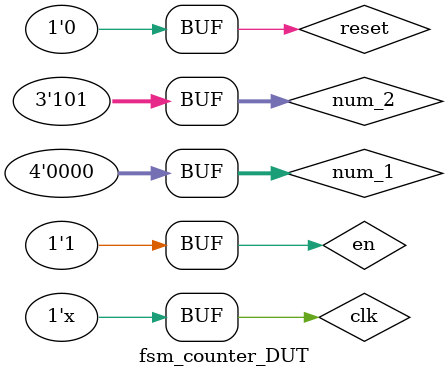
<source format=sv>
module fsm_counter_DUT();

//input clk,reset,en,
//output [3:0] num_1,
//output [2:0] num_2,
//output reg f
reg clk,reset,en;
reg [3:0] num_1;
reg [2:0] num_2;
wire f;

fsm_counter  m0(clk,reset,en,num_1,num_2,f);

always begin
        #5 clk = ~clk;  
    end

initial begin
clk = 0; reset = 0;
#10 reset = 1;
#10 reset = 0;en = 1;
#50
#10 num_1 = 0;num_2 = 5;
#10;
end

endmodule
</source>
